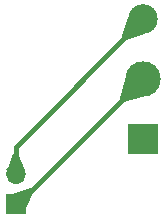
<source format=gbr>
%TF.GenerationSoftware,KiCad,Pcbnew,8.0.0*%
%TF.CreationDate,2024-08-24T05:38:51-07:00*%
%TF.ProjectId,aftbulkhead,61667462-756c-46b6-9865-61642e6b6963,rev?*%
%TF.SameCoordinates,Original*%
%TF.FileFunction,Copper,L2,Bot*%
%TF.FilePolarity,Positive*%
%FSLAX46Y46*%
G04 Gerber Fmt 4.6, Leading zero omitted, Abs format (unit mm)*
G04 Created by KiCad (PCBNEW 8.0.0) date 2024-08-24 05:38:51*
%MOMM*%
%LPD*%
G01*
G04 APERTURE LIST*
%TA.AperFunction,ComponentPad*%
%ADD10R,2.500000X2.500000*%
%TD*%
%TA.AperFunction,ComponentPad*%
%ADD11C,3.000000*%
%TD*%
%TA.AperFunction,ComponentPad*%
%ADD12C,2.500000*%
%TD*%
%TA.AperFunction,ComponentPad*%
%ADD13R,1.700000X1.700000*%
%TD*%
%TA.AperFunction,ComponentPad*%
%ADD14O,1.700000X1.700000*%
%TD*%
%TA.AperFunction,Conductor*%
%ADD15C,0.400000*%
%TD*%
G04 APERTURE END LIST*
D10*
%TO.P,SW1,1,A*%
%TO.N,unconnected-(SW1-A-Pad1)*%
X176326800Y-89662000D03*
D11*
%TO.P,SW1,2,B*%
%TO.N,Net-(J1-Pin_1)*%
X176326800Y-84582000D03*
D12*
%TO.P,SW1,3,C*%
%TO.N,Net-(J1-Pin_2)*%
X176326800Y-79502000D03*
%TD*%
D13*
%TO.P,J1,1,Pin_1*%
%TO.N,Net-(J1-Pin_1)*%
X165557200Y-95107600D03*
D14*
%TO.P,J1,2,Pin_2*%
%TO.N,Net-(J1-Pin_2)*%
X165557200Y-92567600D03*
%TD*%
D15*
%TO.N,Net-(J1-Pin_2)*%
X165557200Y-90271600D02*
X165557200Y-92567600D01*
X176326800Y-79502000D02*
X165557200Y-90271600D01*
%TO.N,Net-(J1-Pin_1)*%
X165801200Y-95107600D02*
X165557200Y-95107600D01*
X176326800Y-84582000D02*
X165801200Y-95107600D01*
%TD*%
%TA.AperFunction,Conductor*%
%TO.N,Net-(J1-Pin_2)*%
G36*
X165757738Y-90871027D02*
G01*
X165760230Y-90874717D01*
X166337874Y-92231459D01*
X166337962Y-92240413D01*
X166331692Y-92246807D01*
X166331598Y-92246847D01*
X165561689Y-92566734D01*
X165552734Y-92566743D01*
X165552711Y-92566734D01*
X164782801Y-92246847D01*
X164776476Y-92240508D01*
X164776484Y-92231554D01*
X164889743Y-91965537D01*
X164892226Y-91961861D01*
X164967100Y-91886988D01*
X165032992Y-91772860D01*
X165067100Y-91645566D01*
X165067100Y-91551358D01*
X165068034Y-91546777D01*
X165354170Y-90874717D01*
X165360564Y-90868447D01*
X165364935Y-90867600D01*
X165749465Y-90867600D01*
X165757738Y-90871027D01*
G37*
%TD.AperFunction*%
%TD*%
%TA.AperFunction,Conductor*%
%TO.N,Net-(J1-Pin_2)*%
G36*
X176319072Y-79499914D02*
G01*
X176326684Y-79504631D01*
X176328759Y-79509746D01*
X176508524Y-80723022D01*
X176506346Y-80731708D01*
X176500340Y-80735935D01*
X174894041Y-81222278D01*
X174885130Y-81221396D01*
X174882378Y-81219353D01*
X174609481Y-80946456D01*
X174606054Y-80938183D01*
X174606576Y-80934730D01*
X175108941Y-79312359D01*
X175114660Y-79305472D01*
X175122001Y-79304275D01*
X176319072Y-79499914D01*
G37*
%TD.AperFunction*%
%TD*%
%TA.AperFunction,Conductor*%
%TO.N,Net-(J1-Pin_1)*%
G36*
X166868999Y-93762052D02*
G01*
X166871803Y-93764122D01*
X167143663Y-94035982D01*
X167147090Y-94044255D01*
X167145825Y-94049546D01*
X166412326Y-95496158D01*
X166405528Y-95501987D01*
X166396933Y-95501465D01*
X165560894Y-95110365D01*
X165554853Y-95103755D01*
X165554845Y-95103733D01*
X165254155Y-94269132D01*
X165254574Y-94260190D01*
X165261196Y-94254162D01*
X165261704Y-94253991D01*
X166860084Y-93761214D01*
X166868999Y-93762052D01*
G37*
%TD.AperFunction*%
%TD*%
%TA.AperFunction,Conductor*%
%TO.N,Net-(J1-Pin_1)*%
G36*
X176323021Y-84584948D02*
G01*
X176326858Y-84593039D01*
X176326858Y-84594213D01*
X176253171Y-86061735D01*
X176249334Y-86069826D01*
X176244483Y-86072458D01*
X174720021Y-86476405D01*
X174711146Y-86475211D01*
X174708751Y-86473368D01*
X174435431Y-86200048D01*
X174432004Y-86191775D01*
X174432393Y-86188783D01*
X174836340Y-84664314D01*
X174841772Y-84657197D01*
X174847060Y-84655628D01*
X176314587Y-84581941D01*
X176323021Y-84584948D01*
G37*
%TD.AperFunction*%
%TD*%
M02*

</source>
